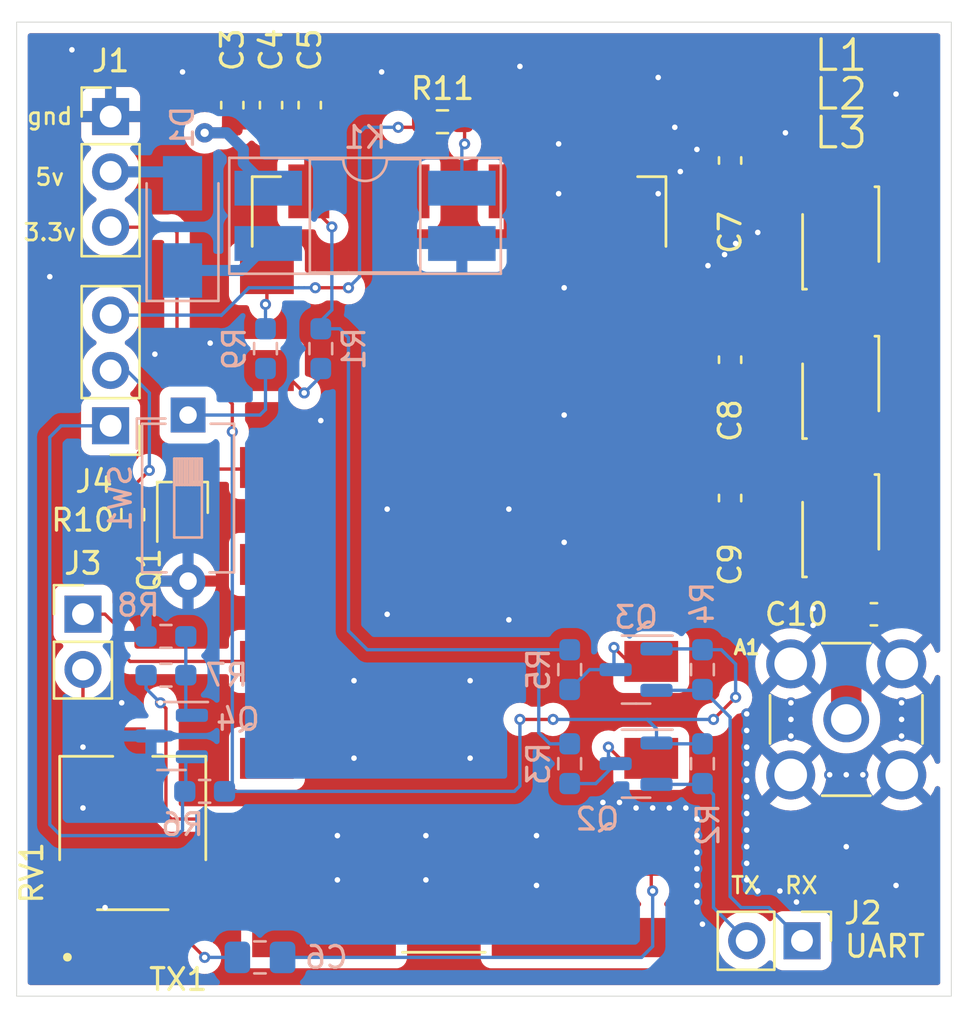
<source format=kicad_pcb>
(kicad_pcb (version 20211014) (generator pcbnew)
  (layers (0 "F.Cu" signal "Front") (31 "B.Cu" signal "Back") (34 "B.Paste" user) (35 "F.Paste" user) (36 "B.SilkS" user "B.Silkscreen") (37 "F.SilkS" user "F.Silkscreen") (38 "B.Mask" user) (39 "F.Mask" user) (44 "Edge.Cuts" user))
  (net 0 "")
  (net 1 "/RF_OUT_FILTERED")
  (net 2 "GND")
  (net 3 "Net-(C6-Pad1)")
  (net 4 "/A_IN Filtered")
  (net 5 "/RF OUT")
  (net 6 "Net-(C8-Pad1)")
  (net 7 "Net-(C9-Pad1)")
  (net 8 "Net-(D1-Pad1)")
  (net 9 "+5V")
  (net 10 "+3.3V")
  (net 11 "/RXD 3.3V")
  (net 12 "/TXD 3.3V")
  (net 13 "/A_OUT")
  (net 14 "/A_IN")
  (net 15 "/GPIO SQ")
  (net 16 "/GPIO PTT")
  (net 17 "/GPIO PWR_CTRL")
  (net 18 "Net-(Q1-Pad1)")
  (net 19 "/PTT")
  (net 20 "/TXD 5V")
  (net 21 "/RXD 5V")
  (net 22 "Net-(Q4-Pad1)")
  (net 23 "/PD")
  (net 24 "/SQ")
  (net 25 "Net-(R9-Pad1)")
  (net 26 "Net-(R9-Pad2)")
  (net 27 "5VC")
  (net 28 "Net-(K1-Pad1)")
  (footprint "GFC-Footprints:IND_AIAC-1812-33NK-T" (layer "F.Cu") (at 150.368 30.988 -90)
    (fp_text reference "L1" (at -8.382 0 180) (layer "F.SilkS") (effects (font (size 1.4 1.4))))
    (fp_text value "56nH")
    (pad "1" smd rect (at -2.15 1.35 270) (size 1.5 5.2) (layers "F.Cu" "F.Paste" "F.Mask") (net 5 "/RF OUT"))
    (pad "2" smd rect (at 2.15 -1.35 270) (size 1.5 5.2) (layers "F.Cu" "F.Paste" "F.Mask") (net 6 "Net-(C8-Pad1)"))
  )
  (footprint "Capacitor_SMD:C_0603_1608Metric_Pad1.08x0.95mm_HandSolder" (layer "F.Cu") (at 125.984 24.892 -90)
    (fp_text reference "C5" (at -2.54 0 90) (layer "F.SilkS"))
    (fp_text value "1kpF")
    (pad "1" smd roundrect (at -0.8625 0 270) (size 1.075 0.95) (layers "F.Cu" "F.Paste" "F.Mask") (net 2 "GND"))
    (pad "2" smd roundrect (at 0.8625 0 270) (size 1.075 0.95) (layers "F.Cu" "F.Paste" "F.Mask") (net 27 "5VC"))
  )
  (footprint "Capacitor_SMD:C_0603_1608Metric_Pad1.08x0.95mm_HandSolder" (layer "F.Cu") (at 151.892 48.26)
    (fp_text reference "C10" (at -3.556 0) (layer "F.SilkS"))
    (fp_text value "20pF")
    (pad "1" smd roundrect (at -0.8625 0) (size 1.075 0.95) (layers "F.Cu" "F.Paste" "F.Mask") (net 1 "/RF_OUT_FILTERED"))
    (pad "2" smd roundrect (at 0.8625 0) (size 1.075 0.95) (layers "F.Cu" "F.Paste" "F.Mask") (net 2 "GND"))
  )
  (footprint "Resistor_SMD:R_0603_1608Metric_Pad0.98x0.95mm_HandSolder" (layer "F.Cu") (at 132.08 25.654 180)
    (fp_text reference "R11" (at 0 1.524) (layer "F.SilkS"))
    (fp_text value "270")
    (pad "1" smd roundrect (at -0.9125 0 180) (size 0.975 0.95) (layers "F.Cu" "F.Paste" "F.Mask") (net 28 "Net-(K1-Pad1)"))
    (pad "2" smd roundrect (at 0.9125 0 180) (size 0.975 0.95) (layers "F.Cu" "F.Paste" "F.Mask") (net 17 "/GPIO PWR_CTRL"))
  )
  (footprint "Connector_PinHeader_2.54mm:PinHeader_1x03_P2.54mm_Vertical" (layer "F.Cu") (at 116.84 25.415)
    (fp_text reference "J1" (at 0 -2.555) (layer "F.SilkS"))
    (fp_text value "VCC" hide)
    (pad "1" thru_hole rect (at 0 0) (size 1.7 1.7) (drill 1) (layers *.Cu *.Mask) (net 2 "GND"))
    (pad "2" thru_hole oval (at 0 2.54) (size 1.7 1.7) (drill 1) (layers *.Cu *.Mask) (net 9 "+5V"))
    (pad "3" thru_hole oval (at 0 5.08) (size 1.7 1.7) (drill 1) (layers *.Cu *.Mask) (net 10 "+3.3V"))
  )
  (footprint "Capacitor_SMD:C_0603_1608Metric_Pad1.08x0.95mm_HandSolder" (layer "F.Cu") (at 124.206 24.892 -90)
    (fp_text reference "C4" (at -2.54 0 90) (layer "F.SilkS"))
    (fp_text value "10kpF")
    (pad "1" smd roundrect (at -0.8625 0 270) (size 1.075 0.95) (layers "F.Cu" "F.Paste" "F.Mask") (net 2 "GND"))
    (pad "2" smd roundrect (at 0.8625 0 270) (size 1.075 0.95) (layers "F.Cu" "F.Paste" "F.Mask") (net 27 "5VC"))
  )
  (footprint "Connector_PinHeader_2.54mm:PinHeader_1x02_P2.54mm_Vertical" (layer "F.Cu") (at 115.57 48.255)
    (fp_text reference "J3" (at 0 -2.33) (layer "F.SilkS"))
    (fp_text value "AUDIO")
    (pad "1" thru_hole rect (at 0 0) (size 1.7 1.7) (drill 1) (layers *.Cu *.Mask) (net 13 "/A_OUT"))
    (pad "2" thru_hole oval (at 0 2.54) (size 1.7 1.7) (drill 1) (layers *.Cu *.Mask) (net 14 "/A_IN"))
  )
  (footprint "Connector_PinHeader_2.54mm:PinHeader_1x02_P2.54mm_Vertical" (layer "F.Cu") (at 148.59 63.246 -90)
    (fp_text reference "J2" (at -1.27 -2.794 180) (layer "F.SilkS"))
    (fp_text value "UART" (at 0.254 -3.81 180) (layer "F.SilkS"))
    (pad "1" thru_hole rect (at 0 0 270) (size 1.7 1.7) (drill 1) (layers *.Cu *.Mask) (net 11 "/RXD 3.3V"))
    (pad "2" thru_hole oval (at 0 2.54 270) (size 1.7 1.7) (drill 1) (layers *.Cu *.Mask) (net 12 "/TXD 3.3V"))
  )
  (footprint "Capacitor_SMD:C_0603_1608Metric_Pad1.08x0.95mm_HandSolder" (layer "F.Cu") (at 145.288 27.432 90)
    (fp_text reference "C7" (at -3.302 0 90) (layer "F.SilkS"))
    (fp_text value "20pF")
    (pad "1" smd roundrect (at -0.8625 0 90) (size 1.075 0.95) (layers "F.Cu" "F.Paste" "F.Mask") (net 5 "/RF OUT"))
    (pad "2" smd roundrect (at 0.8625 0 90) (size 1.075 0.95) (layers "F.Cu" "F.Paste" "F.Mask") (net 2 "GND"))
  )
  (footprint "GFC-Footprints:IND_AIAC-1812-33NK-T" (layer "F.Cu") (at 150.368 37.846 -90)
    (fp_text reference "L2" (at -13.462 0 180) (layer "F.SilkS") (effects (font (size 1.4 1.4))))
    (fp_text value "68nH")
    (pad "1" smd rect (at -2.15 1.35 270) (size 1.5 5.2) (layers "F.Cu" "F.Paste" "F.Mask") (net 6 "Net-(C8-Pad1)"))
    (pad "2" smd rect (at 2.15 -1.35 270) (size 1.5 5.2) (layers "F.Cu" "F.Paste" "F.Mask") (net 7 "Net-(C9-Pad1)"))
  )
  (footprint "Connector_PinHeader_2.54mm:PinHeader_1x03_P2.54mm_Vertical" (layer "F.Cu") (at 116.84 39.609 180)
    (fp_text reference "J4" (at 0.762 -2.555) (layer "F.SilkS"))
    (fp_text value "GPIO")
    (pad "1" thru_hole rect (at 0 0 180) (size 1.7 1.7) (drill 1) (layers *.Cu *.Mask) (net 15 "/GPIO SQ"))
    (pad "2" thru_hole oval (at 0 2.54 180) (size 1.7 1.7) (drill 1) (layers *.Cu *.Mask) (net 16 "/GPIO PTT"))
    (pad "3" thru_hole oval (at 0 5.08 180) (size 1.7 1.7) (drill 1) (layers *.Cu *.Mask) (net 17 "/GPIO PWR_CTRL"))
  )
  (footprint "Package_TO_SOT_SMD:SOT-323_SC-70_Handsoldering" (layer "F.Cu") (at 120.142 42.926 90)
    (fp_text reference "Q1" (at -3.302 -1.524 90) (layer "F.SilkS"))
    (fp_text value "DMN67D8LW-13")
    (pad "1" smd rect (at -1.33 -0.65) (size 0.45 1.5) (layers "F.Cu" "F.Paste" "F.Mask") (net 18 "Net-(Q1-Pad1)"))
    (pad "2" smd rect (at -1.33 0.65) (size 0.45 1.5) (layers "F.Cu" "F.Paste" "F.Mask") (net 2 "GND"))
    (pad "3" smd rect (at 1.33 0) (size 0.45 1.5) (layers "F.Cu" "F.Paste" "F.Mask") (net 19 "/PTT"))
  )
  (footprint "Capacitor_SMD:C_0603_1608Metric_Pad1.08x0.95mm_HandSolder" (layer "F.Cu") (at 145.288 42.926 -90)
    (fp_text reference "C9" (at 3.048 0 90) (layer "F.SilkS"))
    (fp_text value "36pF")
    (pad "1" smd roundrect (at -0.8625 0 270) (size 1.075 0.95) (layers "F.Cu" "F.Paste" "F.Mask") (net 7 "Net-(C9-Pad1)"))
    (pad "2" smd roundrect (at 0.8625 0 270) (size 1.075 0.95) (layers "F.Cu" "F.Paste" "F.Mask") (net 2 "GND"))
  )
  (footprint "Resistor_SMD:R_0603_1608Metric_Pad0.98x0.95mm_HandSolder" (layer "F.Cu") (at 117.856 43.688 -90)
    (fp_text reference "R10" (at 0.254 2.286 180) (layer "F.SilkS"))
    (fp_text value "10k")
    (pad "1" smd roundrect (at -0.9125 0 270) (size 0.975 0.95) (layers "F.Cu" "F.Paste" "F.Mask") (net 16 "/GPIO PTT"))
    (pad "2" smd roundrect (at 0.9125 0 270) (size 0.975 0.95) (layers "F.Cu" "F.Paste" "F.Mask") (net 18 "Net-(Q1-Pad1)"))
  )
  (footprint "Capacitor_SMD:C_0603_1608Metric_Pad1.08x0.95mm_HandSolder" (layer "F.Cu") (at 122.428 24.892 -90)
    (fp_text reference "C3" (at -2.54 0 90) (layer "F.SilkS"))
    (fp_text value "0.1uF")
    (pad "1" smd roundrect (at -0.8625 0 270) (size 1.075 0.95) (layers "F.Cu" "F.Paste" "F.Mask") (net 2 "GND"))
    (pad "2" smd roundrect (at 0.8625 0 270) (size 1.075 0.95) (layers "F.Cu" "F.Paste" "F.Mask") (net 27 "5VC"))
  )
  (footprint "Capacitor_SMD:C_0603_1608Metric_Pad1.08x0.95mm_HandSolder" (layer "F.Cu") (at 145.288 36.576 -90)
    (fp_text reference "C8" (at 2.794 0 90) (layer "F.SilkS"))
    (fp_text value "36pF")
    (pad "1" smd roundrect (at -0.8625 0 270) (size 1.075 0.95) (layers "F.Cu" "F.Paste" "F.Mask") (net 6 "Net-(C8-Pad1)"))
    (pad "2" smd roundrect (at 0.8625 0 270) (size 1.075 0.95) (layers "F.Cu" "F.Paste" "F.Mask") (net 2 "GND"))
  )
  (footprint "GFC-Footprints:LINX_CONSMA001-G" (layer "F.Cu") (at 150.622 53.086)
    (fp_text reference "A1" (at -4.572 -3.302) (layer "F.SilkS") (effects (font (size 0.64 0.64))))
    (fp_text value "ANT")
    (pad "1" thru_hole circle (at 0 0) (size 2.1 2.1) (drill 1.4) (layers *.Cu *.Mask) (net 1 "/RF_OUT_FILTERED"))
    (pad "S1" thru_hole circle (at -2.55 -2.55) (size 2.25 2.25) (drill 1.5) (layers *.Cu *.Mask) (net 2 "GND"))
    (pad "S2" thru_hole circle (at -2.55 2.55) (size 2.25 2.25) (drill 1.5) (layers *.Cu *.Mask) (net 2 "GND"))
    (pad "S3" thru_hole circle (at 2.55 2.55) (size 2.25 2.25) (drill 1.5) (layers *.Cu *.Mask) (net 2 "GND"))
    (pad "S4" thru_hole circle (at 2.55 -2.55) (size 2.25 2.25) (drill 1.5) (layers *.Cu *.Mask) (net 2 "GND"))
  )
  (footprint "GFC-Footprints:IND_AIAC-1812-33NK-T" (layer "F.Cu") (at 150.368 44.196 -90)
    (fp_text reference "L3" (at -18.034 0 180) (layer "F.SilkS") (effects (font (size 1.4 1.4))))
    (fp_text value "56nH")
    (pad "1" smd rect (at -2.15 1.35 270) (size 1.5 5.2) (layers "F.Cu" "F.Paste" "F.Mask") (net 7 "Net-(C9-Pad1)"))
    (pad "2" smd rect (at 2.15 -1.35 270) (size 1.5 5.2) (layers "F.Cu" "F.Paste" "F.Mask") (net 1 "/RF_OUT_FILTERED"))
  )
  (footprint "GFC-Footprints:TRIM_3361P-1-104GLF" (layer "F.Cu") (at 117.856 58.2995 90)
    (fp_text reference "RV1" (at -1.825 -4.635 90) (layer "F.SilkS"))
    (fp_text value "100k")
    (pad "1" smd rect (at -3.2 -2.54 90) (size 3.3 1.19) (layers "F.Cu" "F.Paste" "F.Mask") (net 2 "GND"))
    (pad "2" smd rect (at 3.2 0 90) (size 3.3 1.19) (layers "F.Cu" "F.Paste" "F.Mask") (net 14 "/A_IN"))
    (pad "3" smd rect (at -3.2 2.54 90) (size 3.3 1.19) (layers "F.Cu" "F.Paste" "F.Mask") (net 3 "Net-(C6-Pad1)"))
  )
  (footprint "GFC-Footprints:DORJI_DRA818V" (layer "F.Cu") (at 132.842 45.974 90)
    (fp_text reference "TX1" (at -19.05 -12.89331 180) (layer "F.SilkS") (effects (font (size 1.000646 1.000646))))
    (fp_text value "SA868")
    (pad "1" smd rect (at -13.35 -8.825 180) (size 2.47 1.88) (layers "F.Cu" "F.Paste" "F.Mask") (net 24 "/SQ"))
    (pad "2" smd rect (at -8.9 -8.825 180) (size 2.47 1.88) (layers "F.Cu" "F.Paste" "F.Mask"))
    (pad "3" smd rect (at -4.45 -8.825 180) (size 2.47 1.88) (layers "F.Cu" "F.Paste" "F.Mask") (net 13 "/A_OUT"))
    (pad "4" smd rect (at 0 -8.825 180) (size 2.47 1.88) (layers "F.Cu" "F.Paste" "F.Mask"))
    (pad "5" smd rect (at 4.45 -8.825 180) (size 2.47 1.88) (layers "F.Cu" "F.Paste" "F.Mask") (net 19 "/PTT"))
    (pad "6" smd rect (at 8.9 -8.825 180) (size 2.47 1.88) (layers "F.Cu" "F.Paste" "F.Mask") (net 23 "/PD"))
    (pad "7" smd rect (at 13.35 -8.825 180) (size 2.47 1.88) (layers "F.Cu" "F.Paste" "F.Mask") (net 25 "Net-(R9-Pad1)"))
    (pad "8" smd rect (at 17.125 -6.9 90) (size 2.47 1.88) (layers "F.Cu" "F.Paste" "F.Mask") (net 27 "5VC"))
    (pad "9" smd rect (at 17.125 -2.3 90) (size 2.47 1.88) (layers "F.Cu" "F.Paste" "F.Mask") (net 2 "GND"))
    (pad "10" smd rect (at 17.125 2.3 90) (size 2.47 1.88) (layers "F.Cu" "F.Paste" "F.Mask") (net 2 "GND"))
    (pad "11" smd rect (at 17.125 6.9 90) (size 2.47 1.88) (layers "F.Cu" "F.Paste" "F.Mask"))
    (pad "12" smd rect (at 13.35 8.825) (size 2.47 1.88) (layers "F.Cu" "F.Paste" "F.Mask") (net 5 "/RF OUT"))
    (pad "13" smd rect (at 8.9 8.825) (size 2.47 1.88) (layers "F.Cu" "F.Paste" "F.Mask"))
    (pad "14" smd rect (at 4.45 8.825 180) (size 2.47 1.88) (layers "F.Cu" "F.Paste" "F.Mask"))
    (pad "15" smd rect (at 0 8.825 180) (size 2.47 1.88) (layers "F.Cu" "F.Paste" "F.Mask"))
    (pad "16" smd rect (at -4.45 8.825 180) (size 2.47 1.88) (layers "F.Cu" "F.Paste" "F.Mask") (net 21 "/RXD 5V"))
    (pad "17" smd rect (at -8.9 8.825 180) (size 2.47 1.88) (layers "F.Cu" "F.Paste" "F.Mask") (net 20 "/TXD 5V"))
    (pad "18" smd rect (at -13.35 8.825 180) (size 2.47 1.88) (layers "F.Cu" "F.Paste" "F.Mask") (net 4 "/A_IN Filtered"))
    (pad "P2" smd rect (at -17.125 -6.2 180) (size 6.6 1.8) (layers "F.Cu" "F.Paste" "F.Mask"))
    (pad "P3" smd rect (at -17.125 5.5 180) (size 8 1.8) (layers "F.Cu" "F.Paste" "F.Mask"))
    (zone (net 0) (net_name "") (layer "F.Cu") (connect_pads (clearance 0)) (min_thickness 0.01)
      (keepout (tracks not_allowed) (vias not_allowed) (pads not_allowed) (copperpour not_allowed) (footprints allowed))
      (fill (thermal_gap 0.508) (thermal_bridge_width 0.508))
      (polygon (pts (xy 129.092 39.16375) (xy 129.092 31.174) (xy 135.34577 31.174) (xy 135.34577 39.16375)))
    )
  )
  (footprint "Resistor_SMD:R_0603_1608Metric_Pad0.98x0.95mm_HandSolder" (layer "B.Cu") (at 119.38 49.276 180)
    (fp_text reference "R8" (at 1.27 1.43) (layer "B.SilkS") (effects (justify mirror)))
    (fp_text value "56K")
    (pad "1" smd roundrect (at -0.9125 0 180) (size 0.975 0.95) (layers "B.Cu" "B.Paste" "B.Mask") (net 22 "Net-(Q4-Pad1)"))
    (pad "2" smd roundrect (at 0.9125 0 180) (size 0.975 0.95) (layers "B.Cu" "B.Paste" "B.Mask") (net 2 "GND"))
  )
  (footprint "Resistor_SMD:R_0603_1608Metric_Pad0.98x0.95mm_HandSolder" (layer "B.Cu") (at 137.922 55.118 -90)
    (fp_text reference "R3" (at 0 1.43 90) (layer "B.SilkS") (effects (justify mirror)))
    (fp_text value "10k")
    (pad "1" smd roundrect (at -0.9125 0 270) (size 0.975 0.95) (layers "B.Cu" "B.Paste" "B.Mask") (net 27 "5VC"))
    (pad "2" smd roundrect (at 0.9125 0 270) (size 0.975 0.95) (layers "B.Cu" "B.Paste" "B.Mask") (net 20 "/TXD 5V"))
  )
  (footprint "Resistor_SMD:R_0603_1608Metric_Pad0.98x0.95mm_HandSolder" (layer "B.Cu") (at 126.492 36.068 -90)
    (fp_text reference "R1" (at 0 -1.524 90) (layer "B.SilkS") (effects (justify mirror)))
    (fp_text value "10K")
    (pad "1" smd roundrect (at -0.9125 0 270) (size 0.975 0.95) (layers "B.Cu" "B.Paste" "B.Mask") (net 27 "5VC"))
    (pad "2" smd roundrect (at 0.9125 0 270) (size 0.975 0.95) (layers "B.Cu" "B.Paste" "B.Mask") (net 23 "/PD"))
  )
  (footprint "Package_DIP:DIP-4_W8.89mm_SMDSocket_LongPads" (layer "B.Cu") (at 128.524 29.972 180)
    (fp_text reference "K1" (at 0 3.6) (layer "B.SilkS") (effects (justify mirror)))
    (fp_text value "TLP241A")
    (pad "1" smd rect (at -4.445 1.27 180) (size 3.1 1.6) (layers "B.Cu" "B.Paste" "B.Mask") (net 28 "Net-(K1-Pad1)"))
    (pad "2" smd rect (at -4.445 -1.27 180) (size 3.1 1.6) (layers "B.Cu" "B.Paste" "B.Mask") (net 2 "GND"))
    (pad "3" smd rect (at 4.445 -1.27 180) (size 3.1 1.6) (layers "B.Cu" "B.Paste" "B.Mask") (net 8 "Net-(D1-Pad1)"))
    (pad "4" smd rect (at 4.445 1.27 180) (size 3.1 1.6) (layers "B.Cu" "B.Paste" "B.Mask") (net 27 "5VC"))
  )
  (footprint "Resistor_SMD:R_0603_1608Metric_Pad0.98x0.95mm_HandSolder" (layer "B.Cu") (at 137.922 50.8 -90)
    (fp_text reference "R5" (at 0 1.43 90) (layer "B.SilkS") (effects (justify mirror)))
    (fp_text value "10k")
    (pad "1" smd roundrect (at -0.9125 0 270) (size 0.975 0.95) (layers "B.Cu" "B.Paste" "B.Mask") (net 27 "5VC"))
    (pad "2" smd roundrect (at 0.9125 0 270) (size 0.975 0.95) (layers "B.Cu" "B.Paste" "B.Mask") (net 21 "/RXD 5V"))
  )
  (footprint "Button_Switch_THT:SW_DIP_SPSTx01_Slide_6.7x4.1mm_W7.62mm_P2.54mm_LowProfile" (layer "B.Cu") (at 120.396 39.116 -90)
    (fp_text reference "SW1" (at 3.81 3.11 90) (layer "B.SilkS") (effects (justify mirror)))
    (fp_text value "H/L_DIP_SW")
    (pad "1" thru_hole rect (at 0 0 270) (size 1.6 1.6) (drill 0.8) (layers *.Cu *.Mask) (net 26 "Net-(R9-Pad2)"))
    (pad "2" thru_hole oval (at 7.62 0 270) (size 1.6 1.6) (drill 0.8) (layers *.Cu *.Mask) (net 2 "GND"))
  )
  (footprint "Resistor_SMD:R_0603_1608Metric_Pad0.98x0.95mm_HandSolder" (layer "B.Cu") (at 119.38 51.054)
    (fp_text reference "R7" (at 2.794 0) (layer "B.SilkS") (effects (justify mirror)))
    (fp_text value "100K")
    (pad "1" smd roundrect (at -0.9125 0) (size 0.975 0.95) (layers "B.Cu" "B.Paste" "B.Mask") (net 24 "/SQ"))
    (pad "2" smd roundrect (at 0.9125 0) (size 0.975 0.95) (layers "B.Cu" "B.Paste" "B.Mask") (net 22 "Net-(Q4-Pad1)"))
  )
  (footprint "Package_TO_SOT_SMD:SOT-23" (layer "B.Cu") (at 140.97 55.118 180)
    (fp_text reference "Q2" (at 1.778 -2.54) (layer "B.SilkS") (effects (justify mirror)))
    (fp_text value "BSS138")
    (pad "1" smd roundrect (at -0.9375 0.95 180) (size 1.475 0.6) (layers "B.Cu" "B.Paste" "B.Mask") (net 10 "+3.3V"))
    (pad "2" smd roundrect (at -0.9375 -0.95 180) (size 1.475 0.6) (layers "B.Cu" "B.Paste" "B.Mask") (net 12 "/TXD 3.3V"))
    (pad "3" smd roundrect (at 0.9375 0 180) (size 1.475 0.6) (layers "B.Cu" "B.Paste" "B.Mask") (net 20 "/TXD 5V"))
  )
  (footprint "Package_TO_SOT_SMD:SOT-23" (layer "B.Cu") (at 119.634 53.848 180)
    (fp_text reference "Q4" (at -3.048 0.762) (layer "B.SilkS") (effects (justify mirror)))
    (fp_text value "Q_NPN_BCE")
    (pad "1" smd roundrect (at -0.9375 0.95 180) (size 1.475 0.6) (layers "B.Cu" "B.Paste" "B.Mask") (net 22 "Net-(Q4-Pad1)"))
    (pad "2" smd roundrect (at -0.9375 -0.95 180) (size 1.475 0.6) (layers "B.Cu" "B.Paste" "B.Mask") (net 15 "/GPIO SQ"))
    (pad "3" smd roundrect (at 0.9375 0 180) (size 1.475 0.6) (layers "B.Cu" "B.Paste" "B.Mask") (net 2 "GND"))
  )
  (footprint "Resistor_SMD:R_0603_1608Metric_Pad0.98x0.95mm_HandSolder" (layer "B.Cu") (at 144.018 55.118 -90)
    (fp_text reference "R2" (at 2.794 -0.254 90) (layer "B.SilkS") (effects (justify mirror)))
    (fp_text value "10k")
    (pad "1" smd roundrect (at -0.9125 0 270) (size 0.975 0.95) (layers "B.Cu" "B.Paste" "B.Mask") (net 10 "+3.3V"))
    (pad "2" smd roundrect (at 0.9125 0 270) (size 0.975 0.95) (layers "B.Cu" "B.Paste" "B.Mask") (net 12 "/TXD 3.3V"))
  )
  (footprint "Resistor_SMD:R_0603_1608Metric_Pad0.98x0.95mm_HandSolder" (layer "B.Cu") (at 121.158 56.388 180)
    (fp_text reference "R6" (at 1.016 -1.524) (layer "B.SilkS") (effects (justify mirror)))
    (fp_text value "1K")
    (pad "1" smd roundrect (at -0.9125 0 180) (size 0.975 0.95) (layers "B.Cu" "B.Paste" "B.Mask") (net 10 "+3.3V"))
    (pad "2" smd roundrect (at 0.9125 0 180) (size 0.975 0.95) (layers "B.Cu" "B.Paste" "B.Mask") (net 15 "/GPIO SQ"))
  )
  (footprint "Capacitor_SMD:C_0805_2012Metric_Pad1.18x1.45mm_HandSolder" (layer "B.Cu") (at 123.698 64.008)
    (fp_text reference "C6" (at 3.048 0) (layer "B.SilkS") (effects (justify mirror)))
    (fp_text value "1uF")
    (pad "1" smd roundrect (at -1.0375 0) (size 1.175 1.45) (layers "B.Cu" "B.Paste" "B.Mask") (roundrect_rratio 0.212766) (net 3 "Net-(C6-Pad1)"))
    (pad "2" smd roundrect (at 1.0375 0) (size 1.175 1.45) (layers "B.Cu" "B.Paste" "B.Mask") (roundrect_rratio 0.212766) (net 4 "/A_IN Filtered"))
  )
  (footprint "Resistor_SMD:R_0603_1608Metric_Pad0.98x0.95mm_HandSolder" (layer "B.Cu") (at 144.018 50.8 -90)
    (fp_text reference "R4" (at -3.048 0 90) (layer "B.SilkS") (effects (justify mirror)))
    (fp_text value "10k")
    (pad "1" smd roundrect (at -0.9125 0 270) (size 0.975 0.95) (layers "B.Cu" "B.Paste" "B.Mask") (net 10 "+3.3V"))
    (pad "2" smd roundrect (at 0.9125 0 270) (size 0.975 0.95) (layers "B.Cu" "B.Paste" "B.Mask") (net 11 "/RXD 3.3V"))
  )
  (footprint "Resistor_SMD:R_0603_1608Metric_Pad0.98x0.95mm_HandSolder" (layer "B.Cu") (at 123.952 36.068 -90)
    (fp_text reference "R9" (at 0 1.43 90) (layer "B.SilkS") (effects (justify mirror)))
    (fp_text value "10K")
    (pad "1" smd roundrect (at -0.9125 0 270) (size 0.975 0.95) (layers "B.Cu" "B.Paste" "B.Mask") (net 25 "Net-(R9-Pad1)"))
    (pad "2" smd roundrect (at 0.9125 0 270) (size 0.975 0.95) (layers "B.Cu" "B.Paste" "B.Mask") (net 26 "Net-(R9-Pad2)"))
  )
  (footprint "Package_TO_SOT_SMD:SOT-23" (layer "B.Cu") (at 140.97 50.8 180)
    (fp_text reference "Q3" (at 0 2.4) (layer "B.SilkS") (effects (justify mirror)))
    (fp_text value "BSS138")
    (pad "1" smd roundrect (at -0.9375 0.95 180) (size 1.475 0.6) (layers "B.Cu" "B.Paste" "B.Mask") (net 10 "+3.3V"))
    (pad "2" smd roundrect (at -0.9375 -0.95 180) (size 1.475 0.6) (layers "B.Cu" "B.Paste" "B.Mask") (net 11 "/RXD 3.3V"))
    (pad "3" smd roundrect (at 0.9375 0 180) (size 1.475 0.6) (layers "B.Cu" "B.Paste" "B.Mask") (net 21 "/RXD 5V"))
  )
  (footprint "Diode_SMD:D_SMA" (layer "B.Cu") (at 120.142 30.48 90)
    (fp_text reference "D1" (at 4.572 0 90) (layer "B.SilkS") (effects (justify mirror)))
    (fp_text value "2A LFV")
    (pad "1" smd rect (at -2 0 90) (size 2.5 1.8) (layers "B.Cu" "B.Paste" "B.Mask") (net 8 "Net-(D1-Pad1)"))
    (pad "2" smd rect (at 2 0 90) (size 2.5 1.8) (layers "B.Cu" "B.Paste" "B.Mask") (net 9 "+5V"))
  )
  (gr_rect (start 112.522 21.082) (end 155.448 65.786) (layer "Edge.Cuts") (width 0.0381) (fill none))
  (gr_text "5v" (at 114.046 28.194) (layer "F.SilkS") (effects (font (size 0.762 0.762) (thickness 0.127))))
  (gr_text "3.3v" (at 114.046 30.734) (layer "F.SilkS") (effects (font (size 0.762 0.762) (thickness 0.127))))
  (gr_text "TX  RX" (at 147.32 60.706) (layer "F.SilkS") (effects (font (size 0.762 0.762) (thickness 0.127))))
  (gr_text "gnd\n" (at 114.046 25.4) (layer "F.SilkS") (effects (font (size 0.762 0.762) (thickness 0.127))))
  (segment (start 150.622 47.442) (end 151.718 46.346) (width 1.397) (layer "F.Cu") (net 1))
  (segment (start 150.622 53.086) (end 150.622 47.442) (width 1.397) (layer "F.Cu") (net 1))
  (segment (start 116.3635 61.4995) (end 116.586 61.722) (width 0.1524) (layer "F.Cu") (net 2))
  (segment (start 115.316 61.4995) (end 116.3635 61.4995) (width 0.1524) (layer "F.Cu") (net 2))
  (via (at 133.35 54.864) (size 0.508) (drill 0.254) (layers "F.Cu" "B.Cu") (net 2))
  (via (at 146.05 58.928) (size 0.508) (drill 0.254) (layers "F.Cu" "B.Cu") (net 2))
  (via (at 146.05 54.356) (size 0.508) (drill 0.254) (layers "F.Cu" "B.Cu") (net 2))
  (via (at 140.97 57.15) (size 0.508) (drill 0.254) (layers "F.Cu" "B.Cu") (net 2))
  (via (at 141.986 23.622) (size 0.508) (drill 0.254) (layers "F.Cu" "B.Cu") (net 2))
  (via (at 143.002 27.94) (size 0.508) (drill 0.254) (layers "F.Cu" "B.Cu") (net 2))
  (via (at 153.162 52.324) (size 0.508) (drill 0.254) (layers "F.Cu" "B.Cu") (net 2))
  (via (at 146.558 60.96) (size 0.508) (drill 0.254) (layers "F.Cu" "B.Cu") (net 2))
  (via (at 152.908 24.384) (size 0.508) (drill 0.254) (layers "F.Cu" "B.Cu") (net 2))
  (via (at 146.05 59.69) (size 0.508) (drill 0.254) (layers "F.Cu" "B.Cu") (net 2))
  (via (at 116.586 61.722) (size 0.508) (drill 0.254) (layers "F.Cu" "B.Cu") (net 2))
  (via (at 135.636 23.114) (size 0.508) (drill 0.254) (layers "F.Cu" "B.Cu") (net 2))
  (via (at 141.986 28.956) (size 0.508) (drill 0.254) (layers "F.Cu" "B.Cu") (net 2))
  (via (at 150.622 58.928) (size 0.508) (drill 0.254) (layers "F.Cu" "B.Cu") (net 2))
  (via (at 136.398 58.42) (size 0.508) (drill 0.254) (layers "F.Cu" "B.Cu") (net 2))
  (via (at 131.318 58.42) (size 0.508) (drill 0.254) (layers "F.Cu" "B.Cu") (net 2))
  (via (at 118.872 36.322) (size 0.508) (drill 0.254) (layers "F.Cu" "B.Cu") (net 2))
  (via (at 117.348 52.324) (size 0.508) (drill 0.254) (layers "F.Cu" "B.Cu") (net 2))
  (via (at 127.254 58.42) (size 0.508) (drill 0.254) (layers "F.Cu" "B.Cu") (net 2))
  (via (at 153.162 53.086) (size 0.508) (drill 0.254) (layers "F.Cu" "B.Cu") (net 2))
  (via (at 146.05 55.118) (size 0.508) (drill 0.254) (layers "F.Cu" "B.Cu") (net 2))
  (via (at 146.05 53.594) (size 0.508) (drill 0.254) (layers "F.Cu" "B.Cu") (net 2))
  (via (at 135.128 43.434) (size 0.508) (drill 0.254) (layers "F.Cu" "B.Cu") (net 2))
  (via (at 129.54 43.434) (size 0.508) (drill 0.254) (layers "F.Cu" "B.Cu") (net 2))
  (via (at 146.05 55.88) (size 0.508) (drill 0.254) (layers "F.Cu" "B.Cu") (net 2))
  (via (at 143.256 57.15) (size 0.508) (drill 0.254) (layers "F.Cu" "B.Cu") (net 2))
  (via (at 152.908 60.706) (size 0.508) (drill 0.254) (layers "F.Cu" "B.Cu") (net 2))
  (via (at 149.098 48.006) (size 0.508) (drill 0.254) (layers "F.Cu" "B.Cu") (net 2))
  (via (at 148.082 52.324) (size 0.508) (drill 0.254) (layers "F.Cu" "B.Cu") (net 2))
  (via (at 149.098 48.768) (size 0.508) (drill 0.254) (layers "F.Cu" "B.Cu") (net 2))
  (via (at 141.732 57.15) (size 0.508) (drill 0.254) (layers "F.Cu" "B.Cu") (net 2))
  (via (at 143.764 57.658) (size 0.508) (drill 0.254) (layers "F.Cu" "B.Cu") (net 2))
  (via (at 144.272 32.258) (size 0.508) (drill 0.254) (layers "F.Cu" "B.Cu") (net 2))
  (via (at 137.668 39.116) (size 0.508) (drill 0.254) (layers "F.Cu" "B.Cu") (net 2))
  (via (at 143.764 59.944) (size 0.508) (drill 0.254) (layers "F.Cu" "B.Cu") (net 2))
  (via (at 147.574 60.96) (size 0.508) (drill 0.254) (layers "F.Cu" "B.Cu") (net 2))
  (via (at 143.764 61.468) (size 0.508) (drill 0.254) (layers "F.Cu" "B.Cu") (net 2))
  (via (at 136.398 60.706) (size 0.508) (drill 0.254) (layers "F.Cu" "B.Cu") (net 2))
  (via (at 137.668 44.958) (size 0.508) (drill 0.254) (layers "F.Cu" "B.Cu") (net 2))
  (via (at 133.35 51.308) (size 0.508) (drill 0.254) (layers "F.Cu" "B.Cu") (net 2))
  (via (at 143.764 26.924) (size 0.508) (drill 0.254) (layers "F.Cu" "B.Cu") (net 2))
  (via (at 115.57 57.15) (size 0.508) (drill 0.254) (layers "F.Cu" "B.Cu") (net 2))
  (via (at 143.764 60.706) (size 0.508) (drill 0.254) (layers "F.Cu" "B.Cu") (net 2))
  (via (at 127.254 60.452) (size 0.508) (drill 0.254) (layers "F.Cu" "B.Cu") (net 2))
  (via (at 115.062 22.352) (size 0.508) (drill 0.254) (layers "F.Cu" "B.Cu") (net 2))
  (via (at 147.828 26.162) (size 0.508) (drill 0.254) (layers "F.Cu" "B.Cu") (net 2))
  (via (at 146.05 52.832) (size 0.508) (drill 0.254) (layers "F.Cu" "B.Cu") (net 2))
  (via (at 150.622 55.626) (size 0.508) (drill 0.254) (layers "F.Cu" "B.Cu") (net 2))
  (via (at 121.412 35.814) (size 0.508) (drill 0.254) (layers "F.Cu" "B.Cu") (net 2))
  (via (at 131.318 60.452) (size 0.508) (drill 0.254) (layers "F.Cu" "B.Cu") (net 2))
  (via (at 137.414 26.67) (size 0.508) (drill 0.254) (layers "F.Cu" "B.Cu") (net 2))
  (via (at 128.016 51.308) (size 0.508) (drill 0.254) (layers "F.Cu" "B.Cu") (net 2))
  (via (at 135.128 48.514) (size 0.508) (drill 0.254) (layers "F.Cu" "B.Cu") (net 2))
  (via (at 146.05 56.642) (size 0.508) (drill 0.254) (layers "F.Cu" "B.Cu") (net 2))
  (via (at 146.558 30.734) (size 0.508) (drill 0.254) (layers "F.Cu" "B.Cu") (net 2))
  (via (at 126.492 39.37) (size 0.508) (drill 0.254) (layers "F.Cu" "B.Cu") (net 2))
  (via (at 114.046 32.766) (size 0.508) (drill 0.254) (layers "F.Cu" "B.Cu") (net 2))
  (via (at 146.05 60.452) (size 0.508) (drill 0.254) (layers "F.Cu" "B.Cu") (net 2))
  (via (at 146.05 57.404) (size 0.508) (drill 0.254) (layers "F.Cu" "B.Cu") (net 2))
  (via (at 149.86 55.626) (size 0.508) (drill 0.254) (layers "F.Cu" "B.Cu") (net 2))
  (via (at 153.162 53.848) (size 0.508) (drill 0.254) (layers "F.Cu" "B.Cu") (net 2))
  (via (at 143.764 58.42) (size 0.508) (drill 0.254) (layers "F.Cu" "B.Cu") (net 2))
  (via (at 146.05 58.166) (size 0.508) (drill 0.254) (layers "F.Cu" "B.Cu") (net 2))
  (via (at 142.748 25.908) (size 0.508) (drill 0.254) (layers "F.Cu" "B.Cu") (net 2))
  (via (at 115.57 54.356) (size 0.508) (drill 0.254) (layers "F.Cu" "B.Cu") (net 2))
  (via (at 148.082 53.848) (size 0.508) (drill 0.254) (layers "F.Cu" "B.Cu") (net 2))
  (via (at 143.764 59.182) (size 0.508) (drill 0.254) (layers "F.Cu" "B.Cu") (net 2))
  (via (at 151.384 55.626) (size 0.508) (drill 0.254) (layers "F.Cu" "B.Cu") (net 2))
  (via (at 144.018 62.484) (size 0.508) (drill 0.254) (layers "F.Cu" "B.Cu") (net 2))
  (via (at 148.082 53.086) (size 0.508) (drill 0.254) (layers "F.Cu" "B.Cu") (net 2))
  (via (at 142.494 57.15) (size 0.508) (drill 0.254) (layers "F.Cu" "B.Cu") (net 2))
  (via (at 137.668 33.274) (size 0.508) (drill 0.254) (layers "F.Cu" "B.Cu") (net 2))
  (via (at 145.034 31.75) (size 0.508) (drill 0.254) (layers "F.Cu" "B.Cu") (net 2))
  (via (at 139.446 56.896) (size 0.508) (drill 0.254) (layers "F.Cu" "B.Cu") (net 2))
  (via (at 145.542 31.242) (size 0.508) (drill 0.254) (layers "F.Cu" "B.Cu") (net 2))
  (via (at 148.336 61.468) (size 0.508) (drill 0.254) (layers "F.Cu" "B.Cu") (net 2))
  (via (at 140.208 56.896) (size 0.508) (drill 0.254) (layers "F.Cu" "B.Cu") (net 2))
  (via (at 129.54 48.26) (size 0.508) (drill 0.254) (layers "F.Cu" "B.Cu") (net 2))
  (via (at 128.016 54.864) (size 0.508) (drill 0.254) (layers "F.Cu" "B.Cu") (net 2))
  (via (at 120.142 23.368) (size 0.508) (drill 0.254) (layers "F.Cu" "B.Cu") (net 2))
  (via (at 129.286 23.368) (size 0.508) (drill 0.254) (layers "F.Cu" "B.Cu") (net 2))
  (via (at 137.414 28.956) (size 0.508) (drill 0.254) (layers "F.Cu" "B.Cu") (net 2))
  (segment (start 120.396 63.246) (end 121.158 64.008) (width 0.1524) (layer "F.Cu") (net 3))
  (segment (start 120.396 61.4995) (end 120.396 63.246) (width 0.1524) (layer "F.Cu") (net 3))
  (via (at 121.158 64.008) (size 0.508) (drill 0.254) (layers "F.Cu" "B.Cu") (net 3))
  (segment (start 121.158 64.008) (end 122.6605 64.008) (width 0.1524) (layer "B.Cu") (net 3))
  (segment (start 141.667 60.895) (end 141.667 59.324) (width 0.1524) (layer "F.Cu") (net 4))
  (segment (start 141.732 60.96) (end 141.667 60.895) (width 0.1524) (layer "F.Cu") (net 4))
  (via (at 141.732 60.96) (size 0.508) (drill 0.254) (layers "F.Cu" "B.Cu") (net 4))
  (segment (start 141.224 64.008) (end 141.478 63.754) (width 0.1524) (layer "B.Cu") (net 4))
  (segment (start 141.732 61.214) (end 141.732 60.96) (width 0.1524) (layer "B.Cu") (net 4))
  (segment (start 141.478 63.754) (end 141.732 63.5) (width 0.1524) (layer "B.Cu") (net 4))
  (segment (start 124.7355 64.008) (end 141.224 64.008) (width 0.1524) (layer "B.Cu") (net 4))
  (segment (start 141.732 63.5) (end 141.732 61.214) (width 0.1524) (layer "B.Cu") (net 4))
  (segment (start 144.898 28.838) (end 149.018 28.838) (width 1.397) (layer "F.Cu") (net 5))
  (segment (start 141.667 32.624) (end 141.667 32.069) (width 1.397) (layer "F.Cu") (net 5))
  (segment (start 141.667 32.069) (end 144.898 28.838) (width 1.397) (layer "F.Cu") (net 5))
  (segment (start 149.0005 35.7135) (end 149.018 35.696) (width 1.397) (layer "F.Cu") (net 6))
  (segment (start 151.718 33.138) (end 151.576 33.138) (width 1.397) (layer "F.Cu") (net 6))
  (segment (start 145.288 35.7135) (end 149.0005 35.7135) (width 1.397) (layer "F.Cu") (net 6))
  (segment (start 151.576 33.138) (end 149.018 35.696) (width 1.397) (layer "F.Cu") (net 6))
  (segment (start 151.068 39.996) (end 149.018 42.046) (width 1.397) (layer "F.Cu") (net 7))
  (segment (start 149.0005 42.0635) (end 149.018 42.046) (width 1.397) (layer "F.Cu") (net 7))
  (segment (start 151.718 39.996) (end 151.068 39.996) (width 1.397) (layer "F.Cu") (net 7))
  (segment (start 145.288 42.0635) (end 149.0005 42.0635) (width 1.397) (layer "F.Cu") (net 7))
  (segment (start 120.142 32.48) (end 122.841 32.48) (width 0.508) (layer "B.Cu") (net 8))
  (segment (start 122.841 32.48) (end 124.079 31.242) (width 0.508) (layer "B.Cu") (net 8))
  (segment (start 116.84 27.955) (end 119.617 27.955) (width 0.508) (layer "B.Cu") (net 9))
  (segment (start 119.617 27.955) (end 120.142 28.48) (width 0.508) (layer "B.Cu") (net 9))
  (segment (start 121.412 37.592) (end 120.396 37.592) (width 0.1524) (layer "F.Cu") (net 10))
  (segment (start 122.428 38.608) (end 121.412 37.592) (width 0.1524) (layer "F.Cu") (net 10))
  (segment (start 120.396 37.592) (end 119.888 37.084) (width 0.1524) (layer "F.Cu") (net 10))
  (segment (start 144.526 53.086) (end 145.330477 52.281523) (width 0.1524) (layer "F.Cu") (net 10))
  (segment (start 119.619 30.495) (end 116.84 30.495) (width 0.1524) (layer "F.Cu") (net 10))
  (segment (start 119.888 37.084) (end 119.888 30.734) (width 0.1524) (layer "F.Cu") (net 10))
  (segment (start 119.634 30.48) (end 119.619 30.495) (width 0.1524) (layer "F.Cu") (net 10))
  (segment (start 119.888 30.734) (end 119.634 30.48) (width 0.1524) (layer "F.Cu") (net 10))
  (segment (start 122.428 39.878) (end 122.428 38.608) (width 0.1524) (layer "F.Cu") (net 10))
  (segment (start 145.330477 52.281523) (end 145.542 52.07) (width 0.1524) (layer "F.Cu") (net 10))
  (segment (start 135.636 53.086) (end 137.16 53.086) (width 0.1524) (layer "F.Cu") (net 10))
  (via (at 144.526 53.086) (size 0.508) (drill 0.254) (layers "F.Cu" "B.Cu") (net 10))
  (via (at 145.542 52.07) (size 0.508) (drill 0.254) (layers "F.Cu" "B.Cu") (net 10))
  (via (at 122.428 39.878) (size 0.508) (drill 0.254) (layers "F.Cu" "B.Cu") (net 10))
  (via (at 135.636 53.086) (size 0.508) (drill 0.254) (layers "F.Cu" "B.Cu") (net 10))
  (via (at 137.16 53.086) (size 0.508) (drill 0.254) (layers "F.Cu" "B.Cu") (net 10))
  (segment (start 141.478 53.086) (end 141.9075 53.5155) (width 0.1524) (layer "B.Cu") (net 10))
  (segment (start 135.382 56.388) (end 135.636 56.134) (width 0.1524) (layer "B.Cu") (net 10))
  (segment (start 122.428 56.0305) (end 122.428 46.228) (width 0.1524) (layer "B.Cu") (net 10))
  (segment (start 122.428 46.228) (end 122.428 39.878) (width 0.1524) (layer "B.Cu") (net 10))
  (segment (start 135.636 56.134) (end 135.636 53.086) (width 0.1524) (layer "B.Cu") (net 10))
  (segment (start 145.542 52.07) (end 145.542 50.546) (width 0.1524) (layer "B.Cu") (net 10))
  (segment (start 144.018 54.2055) (end 141.945 54.2055) (width 0.1524) (layer "B.Cu") (net 10))
  (segment (start 122.0705 56.388) (end 135.382 56.388) (width 0.1524) (layer "B.Cu") (net 10))
  (segment (start 137.16 53.086) (end 141.478 53.086) (width 0.1524) (layer "B.Cu") (net 10))
  (segment (start 145.542 50.546) (end 144.8835 49.8875) (width 0.1524) (layer "B.Cu") (net 10))
  (segment (start 141.9075 49.85) (end 143.9805 49.85) (width 0.1524) (layer "B.Cu") (net 10))
  (segment (start 122.0705 56.388) (end 122.428 56.0305) (width 0.1524) (layer "B.Cu") (net 10))
  (segment (start 141.9075 53.5155) (end 141.9075 54.168) (width 0.1524) (layer "B.Cu") (net 10))
  (segment (start 144.8835 49.8875) (end 144.018 49.8875) (width 0.1524) (layer "B.Cu") (net 10))
  (segment (start 141.478 53.086) (end 144.526 53.086) (width 0.1524) (layer "B.Cu") (net 10))
  (segment (start 141.945 54.2055) (end 141.9075 54.168) (width 0.1524) (layer "B.Cu") (net 10))
  (segment (start 143.9805 49.85) (end 144.018 49.8875) (width 0.1524) (layer "B.Cu") (net 10))
  (segment (start 143.9805 51.75) (end 144.018 51.7125) (width 0.1524) (layer "B.Cu") (net 11))
  (segment (start 147.066 61.722) (end 145.796 61.722) (width 0.1524) (layer "B.Cu") (net 11))
  (segment (start 148.59 63.246) (end 147.066 61.722) (width 0.1524) (layer "B.Cu") (net 11))
  (segment (start 145.288 61.214) (end 145.288 52.9825) (width 0.1524) (layer "B.Cu") (net 11))
  (segment (start 145.796 61.722) (end 145.288 61.214) (width 0.1524) (layer "B.Cu") (net 11))
  (segment (start 145.288 52.9825) (end 144.018 51.7125) (width 0.1524) (layer "B.Cu") (net 11))
  (segment (start 141.9075 51.75) (end 143.9805 51.75) (width 0.1524) (layer "B.Cu") (net 11))
  (segment (start 146.05 63.246) (end 144.526 61.722) (width 0.1524) (layer "B.Cu") (net 12))
  (segment (start 143.9805 56.068) (end 144.018 56.0305) (width 0.1524) (layer "B.Cu") (net 12))
  (segment (start 144.526 56.5385) (end 144.018 56.0305) (width 0.1524) (layer "B.Cu") (net 12))
  (segment (start 141.9075 56.068) (end 143.9805 56.068) (width 0.1524) (layer "B.Cu") (net 12))
  (segment (start 144.526 61.722) (end 144.526 56.5385) (width 0.1524) (layer "B.Cu") (net 12))
  (segment (start 124.017 50.424) (end 117.734 50.424) (width 0.1524) (layer "F.Cu") (net 13))
  (segment (start 117.348 50.038) (end 117.348 49.022) (width 0.1524) (layer "F.Cu") (net 13))
  (segment (start 117.734 50.424) (end 117.348 50.038) (width 0.1524) (layer "F.Cu") (net 13))
  (segment (start 117.348 49.022) (end 116.581 48.255) (width 0.1524) (layer "F.Cu") (net 13))
  (segment (start 116.581 48.255) (end 115.57 48.255) (width 0.1524) (layer "F.Cu") (net 13))
  (segment (start 115.57 52.8135) (end 117.856 55.0995) (width 0.1524) (layer "F.Cu") (net 14))
  (segment (start 115.57 50.795) (end 115.57 52.8135) (width 0.1524) (layer "F.Cu") (net 14))
  (segment (start 114.569 39.609) (end 116.84 39.609) (width 0.1524) (layer "B.Cu") (net 15))
  (segment (start 114.046 57.912) (end 114.046 40.132) (width 0.1524) (layer "B.Cu") (net 15))
  (segment (start 120.2925 56.388) (end 120.142 56.5385) (width 0.1524) (layer "B.Cu") (net 15))
  (segment (start 114.046 40.132) (end 114.569 39.609) (width 0.1524) (layer "B.Cu") (net 15))
  (segment (start 119.888 58.42) (end 114.554 58.42) (width 0.1524) (layer "B.Cu") (net 15))
  (segment (start 120.2925 55.077) (end 120.5715 54.798) (width 0.1524) (layer "B.Cu") (net 15))
  (segment (start 120.2925 56.388) (end 120.2925 55.077) (width 0.1524) (layer "B.Cu") (net 15))
  (segment (start 120.142 56.5385) (end 120.142 58.166) (width 0.1524) (layer "B.Cu") (net 15))
  (segment (start 114.554 58.42) (end 114.046 57.912) (width 0.1524) (layer "B.Cu") (net 15))
  (segment (start 120.142 58.166) (end 119.888 58.42) (width 0.1524) (layer "B.Cu") (net 15))
  (segment (start 117.856 42.7755) (end 117.856 42.418) (width 0.1524) (layer "F.Cu") (net 16))
  (segment (start 117.856 42.418) (end 118.618 41.656) (width 0.1524) (layer "F.Cu") (net 16))
  (via (at 118.618 41.656) (size 0.508) (drill 0.254) (layers "F.Cu" "B.Cu") (net 16))
  (segment (start 118.618 38.1) (end 117.587 37.069) (width 0.1524) (layer "B.Cu") (net 16))
  (segment (start 117.587 37.069) (end 116.84 37.069) (width 0.1524) (layer "B.Cu") (net 16))
  (segment (start 118.618 41.656) (end 118.618 38.1) (width 0.1524) (layer "B.Cu") (net 16))
  (segment (start 126.238 33.274) (end 127.762 33.274) (width 0.1524) (layer "F.Cu") (net 17))
  (segment (start 130.048 25.908) (end 130.9135 25.908) (width 0.1524) (layer "F.Cu") (net 17))
  (segment (start 130.9135 25.908) (end 131.1675 25.654) (width 0.1524) (layer "F.Cu") (net 17))
  (via (at 126.238 33.274) (size 0.508) (drill 0.254) (layers "F.Cu" "B.Cu") (net 17))
  (via (at 127.762 33.274) (size 0.508) (drill 0.254) (layers "F.Cu" "B.Cu") (net 17))
  (via (at 130.048 25.908) (size 0.508) (drill 0.254) (layers "F.Cu" "B.Cu") (net 17))
  (segment (start 121.92 34.544) (end 122.682 33.782) (width 0.1524) (layer "B.Cu") (net 17))
  (segment (start 125.476 33.274) (end 125.73 33.274) (width 0.1524) (layer "B.Cu") (net 17))
  (segment (start 128.27 26.162) (end 128.524 25.908) (width 0.1524) (layer "B.Cu") (net 17))
  (segment (start 125.73 33.274) (end 126.238 33.274) (width 0.1524) (layer "B.Cu") (net 17))
  (segment (start 123.19 33.274) (end 125.476 33.274) (width 0.1524) (layer "B.Cu") (net 17))
  (segment (start 128.27 32.512) (end 128.27 26.162) (width 0.1524) (layer "B.Cu") (net 17))
  (segment (start 127.762 33.274) (end 128.27 32.766) (width 0.1524) (layer "B.Cu") (net 17))
  (segment (start 116.84 34.529) (end 121.905 34.529) (width 0.1524) (layer "B.Cu") (net 17))
  (segment (start 122.682 33.782) (end 123.19 33.274) (width 0.1524) (layer "B.Cu") (net 17))
  (segment (start 121.905 34.529) (end 121.92 34.544) (width 0.1524) (layer "B.Cu") (net 17))
  (segment (start 128.524 25.908) (end 130.048 25.908) (width 0.1524) (layer "B.Cu") (net 17))
  (segment (start 128.27 32.766) (end 128.27 32.512) (width 0.1524) (layer "B.Cu") (net 17))
  (segment (start 117.856 44.6005) (end 118.2005 44.256) (width 0.1524) (layer "F.Cu") (net 18))
  (segment (start 118.2005 44.256) (end 119.492 44.256) (width 0.1524) (layer "F.Cu") (net 18))
  (segment (start 123.945 41.596) (end 124.017 41.524) (width 0.1524) (layer "F.Cu") (net 19))
  (segment (start 120.142 41.596) (end 123.945 41.596) (width 0.1524) (layer "F.Cu") (net 19))
  (segment (start 140.218 54.874) (end 139.7 54.356) (width 0.1524) (layer "F.Cu") (net 20))
  (segment (start 141.667 54.874) (end 140.218 54.874) (width 0.1524) (layer "F.Cu") (net 20))
  (via (at 139.7 54.356) (size 0.508) (drill 0.254) (layers "F.Cu" "B.Cu") (net 20))
  (segment (start 139.7 54.7855) (end 140.0325 55.118) (width 0.1524) (layer "B.Cu") (net 20))
  (segment (start 139.12 56.0305) (end 140.0325 55.118) (width 0.1524) (layer "B.Cu") (net 20))
  (segment (start 137.922 56.0305) (end 139.12 56.0305) (width 0.1524) (layer "B.Cu") (net 20))
  (segment (start 139.7 54.356) (end 139.7 54.7855) (width 0.1524) (layer "B.Cu") (net 20))
  (segment (start 140.594 50.424) (end 139.954 49.784) (width 0.1524) (layer "F.Cu") (net 21))
  (segment (start 141.667 50.424) (end 140.594 50.424) (width 0.1524) (layer "F.Cu") (net 21))
  (via (at 139.954 49.784) (size 0.508) (drill 0.254) (layers "F.Cu" "B.Cu") (net 21))
  (segment (start 140.0325 50.8) (end 138.8345 50.8) (width 0.1524) (layer "B.Cu") (net 21))
  (segment (start 139.954 50.7215) (end 140.0325 50.8) (width 0.1524) (layer "B.Cu") (net 21))
  (segment (start 138.8345 50.8) (end 137.922 51.7125) (width 0.1524) (layer "B.Cu") (net 21))
  (segment (start 139.954 49.784) (end 139.954 50.7215) (width 0.1524) (layer "B.Cu") (net 21))
  (segment (start 120.2925 52.619) (end 120.2925 51.054) (width 0.1524) (layer "B.Cu") (net 22))
  (segment (start 120.2925 51.054) (end 120.2925 49.276) (width 0.1524) (layer "B.Cu") (net 22))
  (segment (start 120.5715 52.898) (end 120.2925 52.619) (width 0.1524) (layer "B.Cu") (net 22))
  (segment (start 125.73 38.1) (end 124.704 37.074) (width 0.1524) (layer "F.Cu") (net 23))
  (segment (start 124.704 37.074) (end 124.017 37.074) (width 0.1524) (layer "F.Cu") (net 23))
  (via (at 125.73 38.1) (size 0.508) (drill 0.254) (layers "F.Cu" "B.Cu") (net 23))
  (segment (start 126.492 37.338) (end 125.73 38.1) (width 0.1524) (layer "B.Cu") (net 23))
  (segment (start 126.492 36.9805) (end 126.492 37.338) (width 0.1524) (layer "B.Cu") (net 23))
  (segment (start 124.017 58.485) (end 124.017 59.324) (width 0.1524) (layer "F.Cu") (net 24))
  (segment (start 119.634 57.658) (end 123.19 57.658) (width 0.1524) (layer "F.Cu") (net 24))
  (segment (start 119.126 52.324) (end 119.38 52.578) (width 0.1524) (layer "F.Cu") (net 24))
  (segment (start 119.38 52.578) (end 119.38 57.404) (width 0.1524) (layer "F.Cu") (net 24))
  (segment (start 123.19 57.658) (end 124.017 58.485) (width 0.1524) (layer "F.Cu") (net 24))
  (segment (start 119.38 57.404) (end 119.634 57.658) (width 0.1524) (layer "F.Cu") (net 24))
  (via (at 119.126 52.324) (size 0.508) (drill 0.254) (layers "F.Cu" "B.Cu") (net 24))
  (segment (start 118.4675 51.054) (end 118.4675 51.6655) (width 0.1524) (layer "B.Cu") (net 24))
  (segment (start 118.4675 51.6655) (end 119.126 52.324) (width 0.1524) (layer "B.Cu") (net 24))
  (segment (start 124.017 33.971) (end 123.952 34.036) (width 0.1524) (layer "F.Cu") (net 25))
  (segment (start 124.017 32.624) (end 124.017 33.971) (width 0.1524) (layer "F.Cu") (net 25))
  (via (at 123.952 34.036) (size 0.508) (drill 0.254) (layers "F.Cu" "B.Cu") (net 25))
  (segment (start 123.952 34.036) (end 123.952 35.1555) (width 0.1524) (layer "B.Cu") (net 25))
  (segment (start 123.952 38.862) (end 123.698 39.116) (width 0.1524) (layer "B.Cu") (net 26))
  (segment (start 123.952 36.9805) (end 123.952 38.862) (width 0.1524) (layer "B.Cu") (net 26))
  (segment (start 123.698 39.116) (end 120.396 39.116) (width 0.1524) (layer "B.Cu") (net 26))
  (segment (start 121.158 26.162) (end 122.0205 26.162) (width 0.508) (layer "F.Cu") (net 27))
  (segment (start 122.0205 26.162) (end 122.428 25.7545) (width 0.508) (layer "F.Cu") (net 27))
  (segment (start 122.428 25.7545) (end 125.984 25.7545) (width 0.508) (layer "F.Cu") (net 27))
  (segment (start 125.984 28.807) (end 125.942 28.849) (width 0.508) (layer "F.Cu") (net 27))
  (segment (start 125.942 29.422) (end 125.942 28.849) (width 0.1524) (layer "F.Cu") (net 27))
  (segment (start 127 30.48) (end 125.942 29.422) (width 0.1524) (layer "F.Cu") (net 27))
  (segment (start 125.984 25.7545) (end 125.984 28.807) (width 0.508) (layer "F.Cu") (net 27))
  (via (at 121.158 26.162) (size 0.889) (drill 0.381) (layers "F.Cu" "B.Cu") (net 27))
  (via (at 127 30.48) (size 0.508) (drill 0.254) (layers "F.Cu" "B.Cu") (net 27))
  (segment (start 127.762 49.022) (end 128.6275 49.8875) (width 0.1524) (layer "B.Cu") (net 27))
  (segment (start 136.5015 49.8875) (end 136.5015 53.6975) (width 0.1524) (layer "B.Cu") (net 27))
  (segment (start 126.492 35.1555) (end 127.3575 35.1555) (width 0.1524) (layer "B.Cu") (net 27))
  (segment (start 122.682 26.67) (end 122.174 26.162) (width 0.508) (layer "B.Cu") (net 27))
  (segment (start 127.3575 35.1555) (end 127.762 35.56) (width 0.1524) (layer "B.Cu") (net 27))
  (segment (start 122.174 26.162) (end 121.158 26.162) (width 0.508) (layer "B.Cu") (net 27))
  (segment (start 124.079 28.702) (end 122.936 27.559) (width 0.508) (layer "B.Cu") (net 27))
  (segment (start 127.762 35.56) (end 127.762 49.022) (width 0.1524) (layer "B.Cu") (net 27))
  (segment (start 136.5015 53.6975) (end 137.0095 54.2055) (width 0.1524) (layer "B.Cu") (net 27))
  (segment (start 126.492 34.798) (end 127 34.29) (width 0.1524) (layer "B.Cu") (net 27))
  (segment (start 126.492 35.1555) (end 126.492 34.798) (width 0.1524) (layer "B.Cu") (net 27))
  (segment (start 122.936 26.924) (end 122.682 26.67) (width 0.508) (layer "B.Cu") (net 27))
  (segment (start 128.6275 49.8875) (end 136.5015 49.8875) (width 0.1524) (layer "B.Cu") (net 27))
  (segment (start 127 34.29) (end 127 30.48) (width 0.1524) (layer "B.Cu") (net 27))
  (segment (start 122.936 27.432) (end 122.936 26.924) (width 0.508) (layer "B.Cu") (net 27))
  (segment (start 122.936 27.559) (end 122.936 27.432) (width 0.508) (layer "B.Cu") (net 27))
  (segment (start 136.5015 49.8875) (end 137.922 49.8875) (width 0.1524) (layer "B.Cu") (net 27))
  (segment (start 137.0095 54.2055) (end 137.922 54.2055) (width 0.1524) (layer "B.Cu") (net 27))
  (segment (start 133.096 26.67) (end 133.096 25.7575) (width 0.1524) (layer "F.Cu") (net 28))
  (segment (start 133.096 25.7575) (end 132.9925 25.654) (width 0.1524) (layer "F.Cu") (net 28))
  (via (at 133.096 26.67) (size 0.508) (drill 0.254) (layers "F.Cu" "B.Cu") (net 28))
  (segment (start 132.969 26.797) (end 133.096 26.67) (width 0.1524) (layer "B.Cu") (net 28))
  (segment (start 132.969 28.702) (end 132.969 26.797) (width 0.1524) (layer "B.Cu") (net 28))
  (zone (net 2) (net_name "GND") (layers F&B.Cu) (connect_pads (clearance 0.508)) (min_thickness 0.254) (fill yes (thermal_gap 0.508) (thermal_bridge_width 0.508))
    (polygon (pts (xy 156.718 67.056) (xy 111.76 67.056) (xy 111.76 20.066) (xy 156.21 20.066)))
  )
)
</source>
